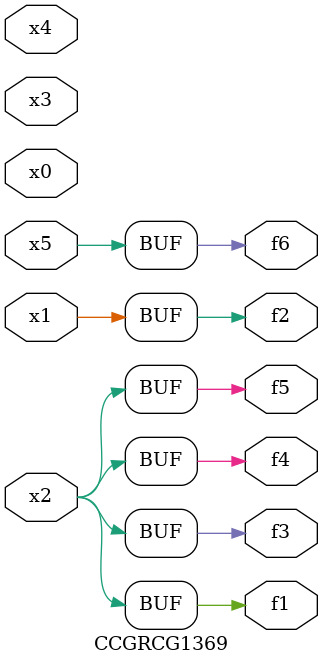
<source format=v>
module CCGRCG1369(
	input x0, x1, x2, x3, x4, x5,
	output f1, f2, f3, f4, f5, f6
);
	assign f1 = x2;
	assign f2 = x1;
	assign f3 = x2;
	assign f4 = x2;
	assign f5 = x2;
	assign f6 = x5;
endmodule

</source>
